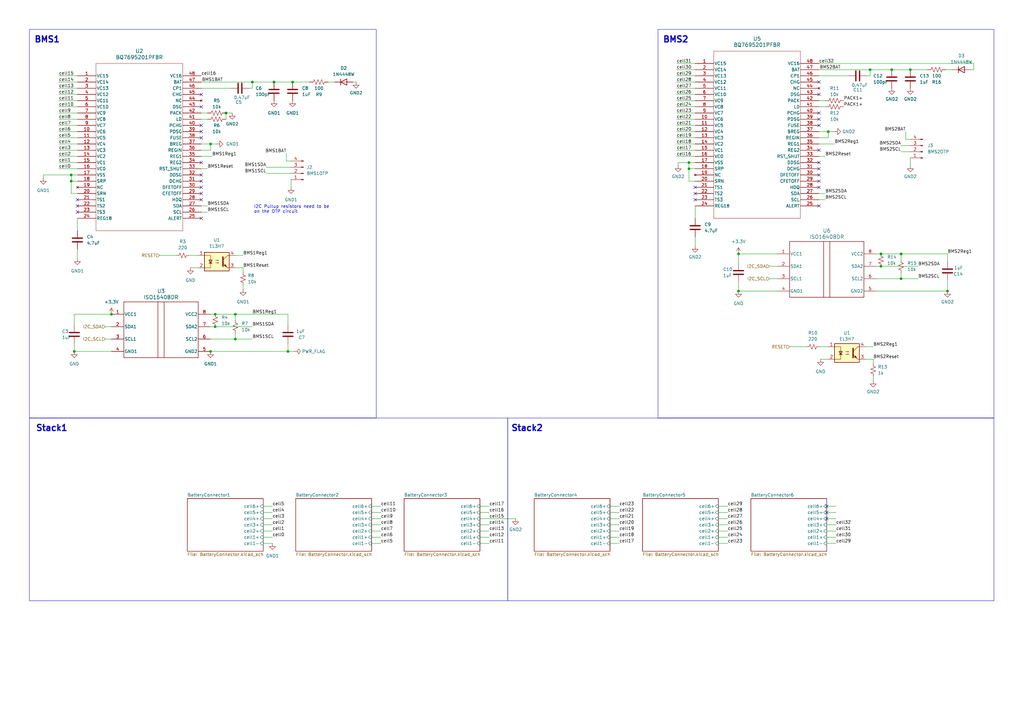
<source format=kicad_sch>
(kicad_sch (version 20230121) (generator eeschema)
  (paper "A3")
  (lib_symbols
    (symbol "Connector:Conn_01x04_Pin" (pin_names (offset 1.016) hide)
      (property "Reference" "J" (at 0 5.08 0))
      (property "Value" "Conn_01x04_Pin" (at 0 -7.62 0))
      (symbol "Conn_01x04_Pin_1_1"
        (polyline (pts (xy 1.27 -5.08) (xy 0.8636 -5.08)) (stroke (width 0.1524)))
        (polyline (pts (xy 1.27 -2.54) (xy 0.8636 -2.54)) (stroke (width 0.1524)))
        (polyline (pts (xy 1.27 0) (xy 0.8636 0)) (stroke (width 0.1524)))
        (polyline (pts (xy 1.27 2.54) (xy 0.8636 2.54)) (stroke (width 0.1524)))
        (rectangle (start 0.8636 -4.953) (end 0 -5.207) (stroke (width 0.1524)) (fill (type outline)))
        (rectangle (start 0.8636 -2.413) (end 0 -2.667) (stroke (width 0.1524)) (fill (type outline)))
        (rectangle (start 0.8636 0.127) (end 0 -0.127) (stroke (width 0.1524)) (fill (type outline)))
        (rectangle (start 0.8636 2.667) (end 0 2.413) (stroke (width 0.1524)) (fill (type outline)))
        (pin passive line (at 5.08 2.54 180) (length 3.81) (name "Pin_1") (number "1"))
        (pin passive line (at 5.08 0 180) (length 3.81) (name "Pin_2") (number "2"))
        (pin passive line (at 5.08 -2.54 180) (length 3.81) (name "Pin_3") (number "3"))
        (pin passive line (at 5.08 -5.08 180) (length 3.81) (name "Pin_4") (number "4"))
      )
    )
    (symbol "Device:C" (pin_numbers hide) (pin_names (offset 0.254))
      (property "Reference" "C" (at 0.635 2.54 0))
      (property "Value" "C" (at 0.635 -2.54 0))
      (symbol "C_0_1"
        (polyline (pts (xy -2.032 -0.762) (xy 2.032 -0.762)) (stroke (width 0.508)))
        (polyline (pts (xy -2.032 0.762) (xy 2.032 0.762)) (stroke (width 0.508)))
      )
      (symbol "C_1_1"
        (pin passive line (at 0 3.81 270) (length 2.794) (name "~") (number "1"))
        (pin passive line (at 0 -3.81 90) (length 2.794) (name "~") (number "2"))
      )
    )
    (symbol "Device:R_Small_US" (pin_numbers hide) (pin_names (offset 0.254) hide)
      (property "Reference" "R" (at 0.762 0.508 0))
      (property "Value" "R_Small_US" (at 0.762 -1.016 0))
      (symbol "R_Small_US_1_1"
        (polyline (pts (xy 0 0) (xy 1.016 -0.381) (xy 0 -0.762) (xy -1.016 -1.143) (xy 0 -1.524)))
        (polyline (pts (xy 0 1.524) (xy 1.016 1.143) (xy 0 0.762) (xy -1.016 0.381) (xy 0 0)))
        (pin passive line (at 0 2.54 270) (length 1.016) (name "~") (number "1"))
        (pin passive line (at 0 -2.54 90) (length 1.016) (name "~") (number "2"))
      )
    )
    (symbol "Device:R_US" (pin_numbers hide) (pin_names (offset 0))
      (property "Reference" "R" (at 2.54 0 90))
      (property "Value" "R_US" (at -2.54 0 90))
      (symbol "R_US_0_1"
        (polyline (pts (xy 0 -2.286) (xy 0 -2.54)))
        (polyline (pts (xy 0 2.286) (xy 0 2.54)))
        (polyline (pts (xy 0 -0.762) (xy 1.016 -1.143) (xy 0 -1.524) (xy -1.016 -1.905) (xy 0 -2.286)))
        (polyline (pts (xy 0 0.762) (xy 1.016 0.381) (xy 0 0) (xy -1.016 -0.381) (xy 0 -0.762)))
        (polyline (pts (xy 0 2.286) (xy 1.016 1.905) (xy 0 1.524) (xy -1.016 1.143) (xy 0 0.762)))
      )
      (symbol "R_US_1_1"
        (pin passive line (at 0 3.81 270) (length 1.27) (name "~") (number "1"))
        (pin passive line (at 0 -3.81 90) (length 1.27) (name "~") (number "2"))
      )
    )
    (symbol "Diode:1N4448W" (pin_numbers hide) (pin_names hide)
      (property "Reference" "D" (at 0 2.54 0))
      (property "Value" "1N4448W" (at 0 -2.54 0))
      (symbol "1N4448W_0_1"
        (polyline (pts (xy -1.27 1.27) (xy -1.27 -1.27)) (stroke (width 0.254)))
        (polyline (pts (xy 1.27 0) (xy -1.27 0)))
        (polyline (pts (xy 1.27 1.27) (xy 1.27 -1.27) (xy -1.27 0) (xy 1.27 1.27)) (stroke (width 0.254)))
      )
      (symbol "1N4448W_1_1"
        (pin passive line (at -3.81 0 0) (length 2.54) (name "K") (number "1"))
        (pin passive line (at 3.81 0 180) (length 2.54) (name "A") (number "2"))
      )
    )
    (symbol "Isolator:EL817" (pin_names (offset 1.016))
      (property "Reference" "U" (at -5.08 5.08 0))
      (property "Value" "EL817" (at 0 5.08 0))
      (symbol "EL817_0_1"
        (rectangle (start -5.08 3.81) (end 5.08 -3.81) (stroke (width 0.254)) (fill (type background)))
        (polyline (pts (xy -3.175 -0.635) (xy -1.905 -0.635)) (stroke (width 0.254)))
        (polyline (pts (xy 2.54 0.635) (xy 4.445 2.54)))
        (polyline (pts (xy 4.445 -2.54) (xy 2.54 -0.635)) (fill (type outline)))
        (polyline (pts (xy 4.445 -2.54) (xy 5.08 -2.54)))
        (polyline (pts (xy 4.445 2.54) (xy 5.08 2.54)))
        (polyline (pts (xy -5.08 2.54) (xy -2.54 2.54) (xy -2.54 -0.635)))
        (polyline (pts (xy -2.54 -0.635) (xy -2.54 -2.54) (xy -5.08 -2.54)))
        (polyline (pts (xy 2.54 1.905) (xy 2.54 -1.905) (xy 2.54 -1.905)) (stroke (width 0.508)))
        (polyline (pts (xy -2.54 -0.635) (xy -3.175 0.635) (xy -1.905 0.635) (xy -2.54 -0.635)) (stroke (width 0.254)))
        (polyline (pts (xy -0.508 -0.508) (xy 0.762 -0.508) (xy 0.381 -0.635) (xy 0.381 -0.381) (xy 0.762 -0.508)))
        (polyline (pts (xy -0.508 0.508) (xy 0.762 0.508) (xy 0.381 0.381) (xy 0.381 0.635) (xy 0.762 0.508)))
        (polyline (pts (xy 3.048 -1.651) (xy 3.556 -1.143) (xy 4.064 -2.159) (xy 3.048 -1.651) (xy 3.048 -1.651)) (fill (type outline)))
      )
      (symbol "EL817_1_1"
        (pin passive line (at -7.62 2.54 0) (length 2.54) (name "~") (number "1"))
        (pin passive line (at -7.62 -2.54 0) (length 2.54) (name "~") (number "2"))
        (pin passive line (at 7.62 -2.54 180) (length 2.54) (name "~") (number "3"))
        (pin passive line (at 7.62 2.54 180) (length 2.54) (name "~") (number "4"))
      )
    )
    (symbol "power:+3.3V" (power) (pin_names (offset 0))
      (property "Value" "+3.3V" (at 0 3.556 0))
      (symbol "+3.3V_0_1"
        (polyline (pts (xy -0.762 1.27) (xy 0 2.54)))
        (polyline (pts (xy 0 0) (xy 0 2.54)))
        (polyline (pts (xy 0 2.54) (xy 0.762 1.27)))
      )
      (symbol "+3.3V_1_1"
        (pin power_in line (at 0 0 90) (length 0) hide (name "+3.3V") (number "1"))
      )
    )
    (symbol "power:GND" (power) (pin_names (offset 0))
      (property "Value" "GND" (at 0 -3.81 0))
      (symbol "GND_0_1"
        (polyline (pts (xy 0 0) (xy 0 -1.27) (xy 1.27 -1.27) (xy 0 -2.54) (xy -1.27 -1.27) (xy 0 -1.27)))
      )
      (symbol "GND_1_1"
        (pin power_in line (at 0 0 270) (length 0) hide (name "GND") (number "1"))
      )
    )
    (symbol "power:GND1" (power) (pin_names (offset 0))
      (property "Value" "GND1" (at 0 -3.81 0))
      (symbol "GND1_0_1"
        (polyline (pts (xy 0 0) (xy 0 -1.27) (xy 1.27 -1.27) (xy 0 -2.54) (xy -1.27 -1.27) (xy 0 -1.27)))
      )
      (symbol "GND1_1_1"
        (pin power_in line (at 0 0 270) (length 0) hide (name "GND1") (number "1"))
      )
    )
    (symbol "power:GND2" (power) (pin_names (offset 0))
      (property "Value" "GND2" (at 0 -3.81 0))
      (symbol "GND2_0_1"
        (polyline (pts (xy 0 0) (xy 0 -1.27) (xy 1.27 -1.27) (xy 0 -2.54) (xy -1.27 -1.27) (xy 0 -1.27)))
      )
      (symbol "GND2_1_1"
        (pin power_in line (at 0 0 270) (length 0) hide (name "GND2") (number "1"))
      )
    )
    (symbol "power:PWR_FLAG" (power) (pin_numbers hide) (pin_names (offset 0) hide)
      (property "Value" "PWR_FLAG" (at 0 3.81 0))
      (symbol "PWR_FLAG_0_0"
        (pin power_out line (at 0 0 90) (length 0) (name "pwr") (number "1"))
      )
      (symbol "PWR_FLAG_0_1"
        (polyline (pts (xy 0 0) (xy 0 1.27) (xy -1.016 1.905) (xy 0 2.54) (xy 1.016 1.905) (xy 0 1.27)))
      )
    )
    (symbol "utsvt-chips:BQ7695201PFBR" (pin_names (offset 0.254))
      (property "Reference" "U" (at 25.4 10.16 0))
      (property "Value" "BQ7695201PFBR" (at 25.4 7.62 0))
      (symbol "BQ7695201PFBR_0_1"
        (polyline (pts (xy 7.62 -63.5) (xy 43.18 -63.5)) (stroke (width 0.127)))
        (polyline (pts (xy 7.62 5.08) (xy 7.62 -63.5)) (stroke (width 0.127)))
        (polyline (pts (xy 43.18 -63.5) (xy 43.18 5.08)) (stroke (width 0.127)))
        (polyline (pts (xy 43.18 5.08) (xy 7.62 5.08)) (stroke (width 0.127)))
        (pin input line (at 0 0 0) (length 7.62) (name "VC15") (number "1"))
        (pin input line (at 0 -22.86 0) (length 7.62) (name "VC6") (number "10"))
        (pin input line (at 0 -25.4 0) (length 7.62) (name "VC5") (number "11"))
        (pin input line (at 0 -27.94 0) (length 7.62) (name "VC4") (number "12"))
        (pin input line (at 0 -30.48 0) (length 7.62) (name "VC3") (number "13"))
        (pin input line (at 0 -33.02 0) (length 7.62) (name "VC2") (number "14"))
        (pin input line (at 0 -35.56 0) (length 7.62) (name "VC1") (number "15"))
        (pin input line (at 0 -38.1 0) (length 7.62) (name "VC0") (number "16"))
        (pin power_in line (at 0 -40.64 0) (length 7.62) (name "VSS") (number "17"))
        (pin input line (at 0 -43.18 0) (length 7.62) (name "SRP") (number "18"))
        (pin no_connect line (at 0 -45.72 0) (length 7.62) (name "NC") (number "19"))
        (pin input line (at 0 -2.54 0) (length 7.62) (name "VC14") (number "2"))
        (pin bidirectional line (at 0 -50.8 0) (length 7.62) (name "TS1") (number "21"))
        (pin bidirectional line (at 0 -53.34 0) (length 7.62) (name "TS2") (number "22"))
        (pin bidirectional line (at 0 -55.88 0) (length 7.62) (name "TS3") (number "23"))
        (pin output line (at 0 -58.42 0) (length 7.62) (name "REG18") (number "24"))
        (pin bidirectional line (at 50.8 -58.42 180) (length 7.62) (name "ALERT") (number "25"))
        (pin bidirectional line (at 50.8 -55.88 180) (length 7.62) (name "SCL") (number "26"))
        (pin bidirectional line (at 50.8 -53.34 180) (length 7.62) (name "SDA") (number "27"))
        (pin bidirectional line (at 50.8 -50.8 180) (length 7.62) (name "HDQ") (number "28"))
        (pin bidirectional line (at 50.8 -48.26 180) (length 7.62) (name "CFETOFF") (number "29"))
        (pin input line (at 0 -5.08 0) (length 7.62) (name "VC13") (number "3"))
        (pin bidirectional line (at 50.8 -45.72 180) (length 7.62) (name "DFETOFF") (number "30"))
        (pin bidirectional line (at 50.8 -43.18 180) (length 7.62) (name "DCHG") (number "31"))
        (pin bidirectional line (at 50.8 -40.64 180) (length 7.62) (name "DDSG") (number "32"))
        (pin input line (at 50.8 -38.1 180) (length 7.62) (name "RST_SHUT") (number "33"))
        (pin output line (at 50.8 -35.56 180) (length 7.62) (name "REG2") (number "34"))
        (pin output line (at 50.8 -33.02 180) (length 7.62) (name "REG1") (number "35"))
        (pin input line (at 50.8 -30.48 180) (length 7.62) (name "REGIN") (number "36"))
        (pin output line (at 50.8 -27.94 180) (length 7.62) (name "BREG") (number "37"))
        (pin bidirectional line (at 50.8 -25.4 180) (length 7.62) (name "FUSE") (number "38"))
        (pin output line (at 50.8 -22.86 180) (length 7.62) (name "PDSG") (number "39"))
        (pin input line (at 0 -7.62 0) (length 7.62) (name "VC12") (number "4"))
        (pin output line (at 50.8 -20.32 180) (length 7.62) (name "PCHG") (number "40"))
        (pin bidirectional line (at 50.8 -17.78 180) (length 7.62) (name "LD") (number "41"))
        (pin input line (at 50.8 -15.24 180) (length 7.62) (name "PACK") (number "42"))
        (pin output line (at 50.8 -12.7 180) (length 7.62) (name "DSG") (number "43"))
        (pin no_connect line (at 50.8 -10.16 180) (length 7.62) (name "NC") (number "44"))
        (pin output line (at 50.8 -7.62 180) (length 7.62) (name "CHG") (number "45"))
        (pin bidirectional line (at 50.8 -5.08 180) (length 7.62) (name "CP1") (number "46"))
        (pin input line (at 50.8 -2.54 180) (length 7.62) (name "BAT") (number "47"))
        (pin input line (at 50.8 0 180) (length 7.62) (name "VC16") (number "48"))
        (pin input line (at 0 -10.16 0) (length 7.62) (name "VC11") (number "5"))
        (pin input line (at 0 -12.7 0) (length 7.62) (name "VC10") (number "6"))
        (pin input line (at 0 -15.24 0) (length 7.62) (name "VC9") (number "7"))
        (pin input line (at 0 -17.78 0) (length 7.62) (name "VC8") (number "8"))
        (pin input line (at 0 -20.32 0) (length 7.62) (name "VC7") (number "9"))
      )
      (symbol "BQ7695201PFBR_1_1"
        (pin input line (at 0 -48.26 0) (length 7.62) (name "SRN") (number "20"))
      )
    )
    (symbol "utsvt-chips:ISO1640BDR" (pin_names (offset 0.254))
      (property "Reference" "U" (at 0 2.54 0))
      (property "Value" "ISO1640BDR" (at 0 0 0))
      (symbol "ISO1640BDR_0_1"
        (polyline (pts (xy 5.08 -17.78) (xy 35.56 -17.78)) (stroke (width 0.2032)))
        (polyline (pts (xy 5.08 5.08) (xy 5.08 -17.78)) (stroke (width 0.2032)))
        (polyline (pts (xy 19.05 5.08) (xy 19.05 -17.78)) (stroke (width 0.2032)))
        (polyline (pts (xy 21.59 5.08) (xy 21.59 -17.78)) (stroke (width 0.2032)))
        (polyline (pts (xy 35.56 -17.78) (xy 35.56 5.08)) (stroke (width 0.2032)))
        (polyline (pts (xy 35.56 5.08) (xy 5.08 5.08)) (stroke (width 0.2032)))
        (pin power_in line (at 0 0 0) (length 5.08) (name "VCC1") (number "1"))
        (pin bidirectional line (at 0 -5.08 0) (length 5.08) (name "SDA1") (number "2"))
        (pin bidirectional line (at 0 -10.16 0) (length 5.08) (name "SCL1") (number "3"))
        (pin power_in line (at 0 -15.24 0) (length 5.08) (name "GND1") (number "4"))
        (pin power_in line (at 40.64 -15.24 180) (length 5.08) (name "GND2") (number "5"))
        (pin bidirectional line (at 40.64 -10.16 180) (length 5.08) (name "SCL2") (number "6"))
        (pin bidirectional line (at 40.64 -5.08 180) (length 5.08) (name "SDA2") (number "7"))
        (pin power_in line (at 40.64 0 180) (length 5.08) (name "VCC2") (number "8"))
      )
    )
  )
  (junction (at 29.21 74.295))
  (junction (at 86.36 144.145))
  (junction (at 96.52 139.065))
  (junction (at 302.895 104.14))
  (junction (at 120.015 33.655))
  (junction (at 86.36 59.055))
  (junction (at 103.505 33.655))
  (junction (at 118.11 144.145))
  (junction (at 339.725 53.975))
  (junction (at 361.315 109.22))
  (junction (at 112.395 33.655))
  (junction (at 282.575 66.675))
  (junction (at 282.575 69.215))
  (junction (at 45.72 128.905))
  (junction (at 88.265 133.985))
  (junction (at 369.57 104.14))
  (junction (at 365.76 28.575))
  (junction (at 29.21 71.755))
  (junction (at 356.87 28.575))
  (junction (at 361.315 104.14))
  (junction (at 30.48 144.145))
  (junction (at 388.62 119.38))
  (junction (at 96.52 128.905))
  (junction (at 369.57 114.3))
  (junction (at 302.895 119.38))
  (junction (at 373.38 28.575))
  (junction (at 92.71 46.355))
  (junction (at 88.265 128.905))
  (no_connect (at 335.915 61.595))
  (no_connect (at 335.915 51.435))
  (no_connect (at 335.915 38.735))
  (no_connect (at 82.55 56.515))
  (no_connect (at 339.09 210.185))
  (no_connect (at 335.915 84.455))
  (no_connect (at 335.915 74.295))
  (no_connect (at 335.915 76.835))
  (no_connect (at 285.115 79.375))
  (no_connect (at 285.115 76.835))
  (no_connect (at 82.55 89.535))
  (no_connect (at 82.55 43.815))
  (no_connect (at 82.55 81.915))
  (no_connect (at 82.55 79.375))
  (no_connect (at 335.915 46.355))
  (no_connect (at 335.915 71.755))
  (no_connect (at 31.75 84.455))
  (no_connect (at 335.915 33.655))
  (no_connect (at 335.915 48.895))
  (no_connect (at 82.55 76.835))
  (no_connect (at 82.55 66.675))
  (no_connect (at 339.09 207.645))
  (no_connect (at 31.75 86.995))
  (no_connect (at 335.915 66.675))
  (no_connect (at 82.55 71.755))
  (no_connect (at 82.55 38.735))
  (no_connect (at 82.55 53.975))
  (no_connect (at 335.915 69.215))
  (no_connect (at 31.75 81.915))
  (no_connect (at 285.115 81.915))
  (no_connect (at 82.55 51.435))
  (no_connect (at 339.09 212.725))
  (no_connect (at 82.55 74.295))
  (wire (pts (xy 277.495 48.895) (xy 285.115 48.895)))
  (wire (pts (xy 88.265 133.985) (xy 103.505 133.985)))
  (wire (pts (xy 88.9 59.055) (xy 86.36 59.055)))
  (wire (pts (xy 302.895 115.57) (xy 302.895 119.38)))
  (wire (pts (xy 152.4 217.805) (xy 156.21 217.805)))
  (wire (pts (xy 277.495 59.055) (xy 285.115 59.055)))
  (wire (pts (xy 88.265 128.905) (xy 96.52 128.905)))
  (wire (pts (xy 361.315 104.14) (xy 369.57 104.14)))
  (wire (pts (xy 277.495 53.975) (xy 285.115 53.975)))
  (wire (pts (xy 399.415 26.035) (xy 399.415 28.575)))
  (wire (pts (xy 365.76 28.575) (xy 373.38 28.575)))
  (wire (pts (xy 107.95 220.345) (xy 111.76 220.345)))
  (wire (pts (xy 109.22 71.12) (xy 119.38 71.12)))
  (wire (pts (xy 24.13 38.735) (xy 31.75 38.735)))
  (wire (pts (xy 103.505 33.655) (xy 112.395 33.655)))
  (wire (pts (xy 82.55 48.895) (xy 85.09 48.895)))
  (wire (pts (xy 294.64 217.805) (xy 298.45 217.805)))
  (wire (pts (xy 335.915 81.915) (xy 338.455 81.915)))
  (wire (pts (xy 277.495 46.355) (xy 285.115 46.355)))
  (wire (pts (xy 78.105 109.855) (xy 81.28 109.855)))
  (wire (pts (xy 24.13 53.975) (xy 31.75 53.975)))
  (wire (pts (xy 30.48 140.97) (xy 30.48 144.145)))
  (wire (pts (xy 24.13 61.595) (xy 31.75 61.595)))
  (wire (pts (xy 342.265 53.975) (xy 339.725 53.975)))
  (wire (pts (xy 277.495 61.595) (xy 285.115 61.595)))
  (wire (pts (xy 277.495 26.035) (xy 285.115 26.035)))
  (wire (pts (xy 356.87 28.575) (xy 365.76 28.575)))
  (wire (pts (xy 358.14 147.32) (xy 358.14 149.225)))
  (wire (pts (xy 339.09 212.725) (xy 342.9 212.725)))
  (wire (pts (xy 29.21 71.755) (xy 31.75 71.755)))
  (wire (pts (xy 24.13 48.895) (xy 31.75 48.895)))
  (wire (pts (xy 107.95 212.725) (xy 111.76 212.725)))
  (wire (pts (xy 339.725 53.975) (xy 339.725 56.515)))
  (wire (pts (xy 152.4 220.345) (xy 156.21 220.345)))
  (wire (pts (xy 86.36 128.905) (xy 88.265 128.905)))
  (wire (pts (xy 388.62 114.935) (xy 388.62 119.38)))
  (wire (pts (xy 371.475 53.975) (xy 371.475 57.15)))
  (wire (pts (xy 369.57 104.14) (xy 369.57 106.68)))
  (wire (pts (xy 82.55 69.215) (xy 85.09 69.215)))
  (wire (pts (xy 387.985 28.575) (xy 390.525 28.575)))
  (wire (pts (xy 359.41 114.3) (xy 369.57 114.3)))
  (wire (pts (xy 152.4 207.645) (xy 156.21 207.645)))
  (wire (pts (xy 302.895 104.14) (xy 318.77 104.14)))
  (wire (pts (xy 24.13 46.355) (xy 31.75 46.355)))
  (wire (pts (xy 24.13 69.215) (xy 31.75 69.215)))
  (wire (pts (xy 30.48 128.905) (xy 45.72 128.905)))
  (wire (pts (xy 250.19 212.725) (xy 254 212.725)))
  (wire (pts (xy 31.75 102.235) (xy 31.75 106.045)))
  (wire (pts (xy 369.57 62.23) (xy 373.38 62.23)))
  (wire (pts (xy 250.19 207.645) (xy 254 207.645)))
  (wire (pts (xy 354.965 147.32) (xy 358.14 147.32)))
  (wire (pts (xy 24.13 64.135) (xy 31.75 64.135)))
  (wire (pts (xy 99.695 116.84) (xy 99.695 118.745)))
  (wire (pts (xy 118.11 144.145) (xy 86.36 144.145)))
  (wire (pts (xy 369.57 59.69) (xy 373.38 59.69)))
  (wire (pts (xy 294.64 215.265) (xy 298.45 215.265)))
  (wire (pts (xy 99.695 109.855) (xy 99.695 111.76)))
  (wire (pts (xy 277.495 28.575) (xy 285.115 28.575)))
  (wire (pts (xy 86.36 133.985) (xy 88.265 133.985)))
  (wire (pts (xy 282.575 66.675) (xy 285.115 66.675)))
  (wire (pts (xy 24.13 36.195) (xy 31.75 36.195)))
  (wire (pts (xy 152.4 215.265) (xy 156.21 215.265)))
  (wire (pts (xy 339.09 210.185) (xy 342.9 210.185)))
  (wire (pts (xy 24.13 59.055) (xy 31.75 59.055)))
  (wire (pts (xy 24.13 51.435) (xy 31.75 51.435)))
  (wire (pts (xy 119.38 76.835) (xy 119.38 73.66)))
  (wire (pts (xy 356.87 28.575) (xy 356.87 31.115)))
  (wire (pts (xy 339.09 207.645) (xy 342.9 207.645)))
  (wire (pts (xy 302.895 119.38) (xy 318.77 119.38)))
  (wire (pts (xy 92.71 46.355) (xy 92.71 48.895)))
  (wire (pts (xy 358.14 142.24) (xy 354.965 142.24)))
  (wire (pts (xy 315.595 114.3) (xy 318.77 114.3)))
  (wire (pts (xy 196.85 207.645) (xy 200.66 207.645)))
  (wire (pts (xy 277.495 33.655) (xy 285.115 33.655)))
  (wire (pts (xy 398.145 28.575) (xy 399.415 28.575)))
  (wire (pts (xy 373.38 67.945) (xy 373.38 64.77)))
  (wire (pts (xy 152.4 212.725) (xy 156.21 212.725)))
  (wire (pts (xy 323.85 142.24) (xy 330.835 142.24)))
  (wire (pts (xy 17.78 73.025) (xy 17.78 71.755)))
  (wire (pts (xy 277.495 51.435) (xy 285.115 51.435)))
  (wire (pts (xy 359.41 109.22) (xy 361.315 109.22)))
  (wire (pts (xy 96.52 128.905) (xy 118.11 128.905)))
  (wire (pts (xy 339.09 215.265) (xy 342.9 215.265)))
  (wire (pts (xy 117.475 62.865) (xy 117.475 66.04)))
  (wire (pts (xy 196.85 222.885) (xy 200.66 222.885)))
  (wire (pts (xy 152.4 210.185) (xy 156.21 210.185)))
  (wire (pts (xy 277.495 56.515) (xy 285.115 56.515)))
  (wire (pts (xy 107.95 210.185) (xy 111.76 210.185)))
  (wire (pts (xy 294.64 210.185) (xy 298.45 210.185)))
  (wire (pts (xy 107.95 215.265) (xy 111.76 215.265)))
  (wire (pts (xy 24.13 43.815) (xy 31.75 43.815)))
  (wire (pts (xy 43.18 139.065) (xy 45.72 139.065)))
  (wire (pts (xy 24.13 31.115) (xy 31.75 31.115)))
  (wire (pts (xy 144.78 33.655) (xy 146.05 33.655)))
  (wire (pts (xy 120.015 33.655) (xy 127 33.655)))
  (wire (pts (xy 96.52 139.065) (xy 103.505 139.065)))
  (wire (pts (xy 82.55 64.135) (xy 86.995 64.135)))
  (wire (pts (xy 355.6 31.115) (xy 356.87 31.115)))
  (wire (pts (xy 335.915 31.115) (xy 347.98 31.115)))
  (wire (pts (xy 250.19 215.265) (xy 254 215.265)))
  (wire (pts (xy 30.48 128.905) (xy 30.48 133.35)))
  (wire (pts (xy 196.85 210.185) (xy 200.66 210.185)))
  (wire (pts (xy 294.64 212.725) (xy 298.45 212.725)))
  (wire (pts (xy 120.65 144.145) (xy 118.11 144.145)))
  (wire (pts (xy 118.11 140.97) (xy 118.11 144.145)))
  (wire (pts (xy 99.695 104.775) (xy 96.52 104.775)))
  (wire (pts (xy 82.55 33.655) (xy 103.505 33.655)))
  (wire (pts (xy 335.915 64.135) (xy 338.455 64.135)))
  (wire (pts (xy 294.64 220.345) (xy 298.45 220.345)))
  (wire (pts (xy 112.395 33.655) (xy 120.015 33.655)))
  (wire (pts (xy 373.38 28.575) (xy 380.365 28.575)))
  (wire (pts (xy 335.915 53.975) (xy 339.725 53.975)))
  (wire (pts (xy 134.62 33.655) (xy 137.16 33.655)))
  (wire (pts (xy 196.85 215.265) (xy 200.66 215.265)))
  (wire (pts (xy 250.19 222.885) (xy 254 222.885)))
  (wire (pts (xy 358.14 154.305) (xy 358.14 156.21)))
  (wire (pts (xy 29.21 79.375) (xy 29.21 74.295)))
  (wire (pts (xy 388.62 104.14) (xy 388.62 107.315)))
  (wire (pts (xy 282.575 69.215) (xy 282.575 66.675)))
  (wire (pts (xy 82.55 36.195) (xy 94.615 36.195)))
  (wire (pts (xy 107.95 217.805) (xy 111.76 217.805)))
  (wire (pts (xy 107.95 207.645) (xy 111.76 207.645)))
  (wire (pts (xy 369.57 111.76) (xy 369.57 114.3)))
  (wire (pts (xy 359.41 119.38) (xy 388.62 119.38)))
  (wire (pts (xy 277.495 36.195) (xy 285.115 36.195)))
  (wire (pts (xy 103.505 33.655) (xy 103.505 36.195)))
  (wire (pts (xy 31.75 74.295) (xy 29.21 74.295)))
  (wire (pts (xy 250.19 220.345) (xy 254 220.345)))
  (wire (pts (xy 302.895 104.14) (xy 302.895 107.95)))
  (wire (pts (xy 335.915 59.055) (xy 342.265 59.055)))
  (wire (pts (xy 17.78 71.755) (xy 29.21 71.755)))
  (wire (pts (xy 196.85 217.805) (xy 200.66 217.805)))
  (wire (pts (xy 315.595 109.22) (xy 318.77 109.22)))
  (wire (pts (xy 278.13 67.945) (xy 278.13 66.675)))
  (wire (pts (xy 277.495 38.735) (xy 285.115 38.735)))
  (wire (pts (xy 86.36 61.595) (xy 82.55 61.595)))
  (wire (pts (xy 24.13 56.515) (xy 31.75 56.515)))
  (wire (pts (xy 335.915 79.375) (xy 338.455 79.375)))
  (wire (pts (xy 294.64 207.645) (xy 298.45 207.645)))
  (wire (pts (xy 335.915 43.815) (xy 338.455 43.815)))
  (wire (pts (xy 92.71 46.355) (xy 95.25 46.355)))
  (wire (pts (xy 29.21 74.295) (xy 29.21 71.755)))
  (wire (pts (xy 339.09 222.885) (xy 342.9 222.885)))
  (wire (pts (xy 82.55 86.995) (xy 85.09 86.995)))
  (wire (pts (xy 117.475 66.04) (xy 119.38 66.04)))
  (wire (pts (xy 152.4 222.885) (xy 156.21 222.885)))
  (wire (pts (xy 96.52 128.905) (xy 96.52 131.445)))
  (wire (pts (xy 77.47 104.775) (xy 81.28 104.775)))
  (wire (pts (xy 24.13 41.275) (xy 31.75 41.275)))
  (wire (pts (xy 369.57 114.3) (xy 376.555 114.3)))
  (wire (pts (xy 30.48 144.145) (xy 45.72 144.145)))
  (wire (pts (xy 282.575 74.295) (xy 282.575 69.215)))
  (wire (pts (xy 335.915 142.24) (xy 339.725 142.24)))
  (wire (pts (xy 339.09 220.345) (xy 342.9 220.345)))
  (wire (pts (xy 65.405 104.775) (xy 72.39 104.775)))
  (wire (pts (xy 43.18 133.985) (xy 45.72 133.985)))
  (wire (pts (xy 285.115 84.455) (xy 285.115 89.535)))
  (wire (pts (xy 31.75 79.375) (xy 29.21 79.375)))
  (wire (pts (xy 277.495 41.275) (xy 285.115 41.275)))
  (wire (pts (xy 96.52 136.525) (xy 96.52 139.065)))
  (wire (pts (xy 278.13 66.675) (xy 282.575 66.675)))
  (wire (pts (xy 107.95 222.885) (xy 111.76 222.885)))
  (wire (pts (xy 86.36 139.065) (xy 96.52 139.065)))
  (wire (pts (xy 82.55 84.455) (xy 85.09 84.455)))
  (wire (pts (xy 359.41 104.14) (xy 361.315 104.14)))
  (wire (pts (xy 294.64 222.885) (xy 298.45 222.885)))
  (wire (pts (xy 196.85 220.345) (xy 200.66 220.345)))
  (wire (pts (xy 250.19 210.185) (xy 254 210.185)))
  (wire (pts (xy 31.75 89.535) (xy 31.75 94.615)))
  (wire (pts (xy 24.13 33.655) (xy 31.75 33.655)))
  (wire (pts (xy 335.915 28.575) (xy 356.87 28.575)))
  (wire (pts (xy 371.475 57.15) (xy 373.38 57.15)))
  (wire (pts (xy 102.235 36.195) (xy 103.505 36.195)))
  (wire (pts (xy 82.55 59.055) (xy 86.36 59.055)))
  (wire (pts (xy 339.725 56.515) (xy 335.915 56.515)))
  (wire (pts (xy 277.495 64.135) (xy 285.115 64.135)))
  (wire (pts (xy 277.495 31.115) (xy 285.115 31.115)))
  (wire (pts (xy 336.55 147.32) (xy 339.725 147.32)))
  (wire (pts (xy 285.115 74.295) (xy 282.575 74.295)))
  (wire (pts (xy 118.11 133.35) (xy 118.11 128.905)))
  (wire (pts (xy 277.495 43.815) (xy 285.115 43.815)))
  (wire (pts (xy 369.57 104.14) (xy 388.62 104.14)))
  (wire (pts (xy 335.915 41.275) (xy 338.455 41.275)))
  (wire (pts (xy 24.13 66.675) (xy 31.75 66.675)))
  (wire (pts (xy 361.315 109.22) (xy 376.555 109.22)))
  (wire (pts (xy 86.36 59.055) (xy 86.36 61.595)))
  (wire (pts (xy 96.52 109.855) (xy 99.695 109.855)))
  (wire (pts (xy 285.115 69.215) (xy 282.575 69.215)))
  (wire (pts (xy 250.19 217.805) (xy 254 217.805)))
  (wire (pts (xy 339.09 217.805) (xy 342.9 217.805)))
  (wire (pts (xy 196.85 212.725) (xy 211.455 212.725)))
  (wire (pts (xy 109.22 68.58) (xy 119.38 68.58)))
  (wire (pts (xy 335.915 26.035) (xy 399.415 26.035)))
  (wire (pts (xy 285.115 97.155) (xy 285.115 100.965)))
  (wire (pts (xy 82.55 46.355) (xy 85.09 46.355)))
  (rectangle (start 12.065 12.065) (end 154.305 171.45))
  (rectangle (start 269.875 12.065) (end 407.67 171.45))
  (rectangle (start 208.28 171.45) (end 407.67 246.38))
  (rectangle (start 12.065 171.45) (end 208.28 246.38))
  (text "Stack2" (at 209.55 177.165 0) (effects (font (size 2.5 2.5) (thickness 0.5) bold) (justify left bottom)))
  (text "BMS2" (at 271.78 17.78 0) (effects (font (size 2.5 2.5) (thickness 0.5) bold) (justify left bottom)))
  (text "BMS1" (at 13.97 17.78 0) (effects (font (size 2.5 2.5) (thickness 0.5) bold) (justify left bottom)))
  (text "Stack1" (at 14.605 177.165 0) (effects (font (size 2.5 2.5) (thickness 0.5) bold) (justify left bottom)))
  (text "I2C Pullup resistors need to be \non the OTP circuit" (at 104.14 87.63 0) (effects (font (size 1.27 1.27)) (justify left bottom)))
  (label "cell16" (at 200.66 210.185 0))
  (label "cell7" (at 156.21 217.805 0))
  (label "cell30" (at 277.495 28.575 0))
  (label "BMS1Reg1" (at 103.505 128.905 0))
  (label "cell6" (at 24.13 53.975 0))
  (label "cell19" (at 254 217.805 0))
  (label "BMS1Reg1" (at 99.695 104.775 0))
  (label "cell26" (at 277.495 38.735 0))
  (label "cell16" (at 277.495 64.135 0))
  (label "BMS1SDA" (at 103.505 133.985 0))
  (label "BMS2Reset" (at 358.14 147.32 0))
  (label "cell12" (at 200.66 220.345 0))
  (label "cell28" (at 277.495 33.655 0))
  (label "cell22" (at 277.495 48.895 0))
  (label "BMS2Reg1" (at 358.14 142.24 0))
  (label "BMS2BAT" (at 371.475 53.975 180))
  (label "cell10" (at 156.21 210.185 0))
  (label "BMS1Reg1" (at 86.995 64.135 0))
  (label "cell20" (at 277.495 53.975 0))
  (label "cell3" (at 111.76 212.725 0))
  (label "cell24" (at 277.495 43.815 0))
  (label "cell10" (at 24.13 43.815 0))
  (label "cell0" (at 111.76 220.345 0))
  (label "cell12" (at 24.13 38.735 0))
  (label "cell19" (at 277.495 56.515 0))
  (label "BMS1SDA" (at 109.22 68.58 180))
  (label "BMS2Reg1" (at 342.265 59.055 0))
  (label "BMS1BAT" (at 91.44 33.655 180))
  (label "cell16" (at 82.55 31.115 0))
  (label "BMS2SDA" (at 369.57 59.69 180))
  (label "cell27" (at 298.45 212.725 0))
  (label "cell29" (at 277.495 31.115 0))
  (label "cell30" (at 342.9 220.345 0))
  (label "cell11" (at 156.21 207.645 0))
  (label "cell17" (at 254 222.885 0))
  (label "cell31" (at 342.9 217.805 0))
  (label "BMS2BAT" (at 344.805 28.575 180))
  (label "cell25" (at 298.45 217.805 0))
  (label "cell21" (at 277.495 51.435 0))
  (label "BMS1SCL" (at 109.22 71.12 180))
  (label "BMS1SCL" (at 85.09 86.995 0))
  (label "cell23" (at 254 207.645 0))
  (label "cell26" (at 298.45 215.265 0))
  (label "cell1" (at 111.76 217.805 0))
  (label "BMS2SDA" (at 376.555 109.22 0))
  (label "cell29" (at 342.9 222.885 0))
  (label "cell11" (at 200.66 222.885 0))
  (label "PACK1+" (at 346.075 43.815 0))
  (label "cell31" (at 277.495 26.035 0))
  (label "cell32" (at 335.915 26.035 0))
  (label "BMS2SDA" (at 338.455 79.375 0))
  (label "BMS2Reg1" (at 388.62 104.14 0))
  (label "BMS1Reset" (at 99.695 109.855 0))
  (label "cell17" (at 200.66 207.645 0))
  (label "cell29" (at 298.45 207.645 0))
  (label "cell14" (at 200.66 215.265 0))
  (label "cell28" (at 298.45 210.185 0))
  (label "cell0" (at 24.13 69.215 0))
  (label "cell13" (at 24.13 36.195 0))
  (label "cell21" (at 254 212.725 0))
  (label "cell2" (at 111.76 215.265 0))
  (label "cell15" (at 24.13 31.115 0))
  (label "BMS1BAT" (at 117.475 62.865 180))
  (label "BMS1SCL" (at 103.505 139.065 0))
  (label "cell23" (at 298.45 222.885 0))
  (label "cell17" (at 277.495 61.595 0))
  (label "cell25" (at 277.495 41.275 0))
  (label "BMS2SCL" (at 338.455 81.915 0))
  (label "cell5" (at 111.76 207.645 0))
  (label "BMS2SCL" (at 369.57 62.23 180))
  (label "cell18" (at 254 220.345 0))
  (label "cell24" (at 298.45 220.345 0))
  (label "BMS2Reset" (at 338.455 64.135 0))
  (label "cell1" (at 24.13 66.675 0))
  (label "cell2" (at 24.13 64.135 0))
  (label "cell13" (at 200.66 217.805 0))
  (label "cell8" (at 156.21 215.265 0))
  (label "cell27" (at 277.495 36.195 0))
  (label "cell18" (at 277.495 59.055 0))
  (label "cell5" (at 24.13 56.515 0))
  (label "PACK1+" (at 346.075 41.275 0))
  (label "BMS1Reset" (at 85.09 69.215 0))
  (label "cell4" (at 111.76 210.185 0))
  (label "cell22" (at 254 210.185 0))
  (label "BMS2SCL" (at 376.555 114.3 0))
  (label "cell8" (at 24.13 48.895 0))
  (label "cell6" (at 156.21 220.345 0))
  (label "cell9" (at 24.13 46.355 0))
  (label "BMS1SDA" (at 85.09 84.455 0))
  (label "cell32" (at 342.9 215.265 0))
  (label "cell23" (at 277.495 46.355 0))
  (label "cell11" (at 24.13 41.275 0))
  (label "cell20" (at 254 215.265 0))
  (label "cell15" (at 200.66 212.725 0))
  (label "cell5" (at 156.21 222.885 0))
  (label "cell9" (at 156.21 212.725 0))
  (label "cell14" (at 24.13 33.655 0))
  (label "cell7" (at 24.13 51.435 0))
  (label "cell4" (at 24.13 59.055 0))
  (label "cell3" (at 24.13 61.595 0))
  (hierarchical_label "I2C_SDA" (shape input) (at 43.18 133.985 180))
  (hierarchical_label "I2C_SCL" (shape input) (at 43.18 139.065 180))
  (hierarchical_label "I2C_SDA" (shape input) (at 315.595 109.22 180))
  (hierarchical_label "RESET" (shape input) (at 65.405 104.775 180))
  (hierarchical_label "RESET" (shape input) (at 323.85 142.24 180))
  (hierarchical_label "I2C_SCL" (shape input) (at 315.595 114.3 180))
  (symbol (lib_id "utsvt-chips:ISO1640BDR") (at 45.72 128.905 0) (unit 1)
    (property "Reference" "U3" (at 66.04 119.38 0) (effects (font (size 1.524 1.524))))
    (property "Value" "ISO1640BDR" (at 66.04 121.92 0) (effects (font (size 1.524 1.524))))
    (property "Footprint" "Package_SO:SOIC-8_3.9x4.9mm_P1.27mm" (effects hide))
    (property "Datasheet" "https://www.mouser.com/ProductDetail/Texas-Instruments/ISO1640BDR?qs=eP2BKZSCXI7LW%252Bgt82AzLA%3D%3D" (effects hide))
  )
  (symbol (lib_id "Device:C") (at 285.115 93.345 180) (unit 1)
    (property "Reference" "C9" (at 288.925 92.075 0) (effects (justify right)))
    (property "Value" "4.7uF" (at 288.925 94.615 0) (effects (justify right)))
    (property "Footprint" "Capacitor_SMD:C_0805_2012Metric" (effects hide))
  )
  (symbol (lib_id "power:GND2") (at 211.455 212.725 0) (unit 1)
    (property "Reference" "#PWR028" (effects hide))
    (property "Value" "GND2" (at 211.455 217.17 0))
  )
  (symbol (lib_id "Device:R_Small_US") (at 333.375 142.24 90) (unit 1)
    (property "Reference" "R10" (at 333.375 136.525 90))
    (property "Value" "220" (at 333.375 139.065 90))
    (property "Footprint" "Resistor_SMD:R_0805_2012Metric" (effects hide))
  )
  (symbol (lib_id "utsvt-chips:ISO1640BDR") (at 318.77 104.14 0) (unit 1)
    (property "Reference" "U6" (at 339.09 94.615 0) (effects (font (size 1.524 1.524))))
    (property "Value" "ISO1640BDR" (at 339.09 97.155 0) (effects (font (size 1.524 1.524))))
    (property "Footprint" "Package_SO:SOIC-8_3.9x4.9mm_P1.27mm" (effects hide))
    (property "Datasheet" "https://www.mouser.com/ProductDetail/Texas-Instruments/ISO1640BDR?qs=eP2BKZSCXI7LW%252Bgt82AzLA%3D%3D" (effects hide))
  )
  (symbol (lib_id "Device:C") (at 373.38 32.385 180) (unit 1)
    (property "Reference" "C13" (at 377.19 31.115 0) (effects (justify right)))
    (property "Value" "1uF" (at 377.19 33.655 0) (effects (justify right)))
    (property "Footprint" "Capacitor_SMD:C_0805_2012Metric" (effects hide))
  )
  (symbol (lib_id "Connector:Conn_01x04_Pin") (at 124.46 71.12 180) (unit 1)
    (property "Reference" "J2" (at 125.73 68.58 0) (effects (justify right)))
    (property "Value" "BMS1OTP" (at 125.73 71.12 0) (effects (justify right)))
    (property "Footprint" "Connector_PinHeader_2.54mm:PinHeader_1x04_P2.54mm_Vertical" (effects hide))
  )
  (symbol (lib_id "Device:R_Small_US") (at 361.315 106.68 0) (unit 1)
    (property "Reference" "R14" (at 363.855 105.41 0) (effects (justify left)))
    (property "Value" "10k" (at 363.855 107.95 0) (effects (justify left)))
    (property "Footprint" "Resistor_SMD:R_0805_2012Metric" (effects hide))
  )
  (symbol (lib_id "power:GND1") (at 88.9 59.055 90) (unit 1)
    (property "Reference" "#PWR020" (effects hide))
    (property "Value" "GND1" (at 92.71 59.055 90) (effects (justify right)))
  )
  (symbol (lib_id "Device:R_Small_US") (at 99.695 114.3 180) (unit 1)
    (property "Reference" "R8" (at 101.6 113.03 0) (effects (justify right)))
    (property "Value" "10k" (at 101.6 115.57 0) (effects (justify right)))
    (property "Footprint" "Resistor_SMD:R_0805_2012Metric" (effects hide))
  )
  (symbol (lib_id "Device:R_Small_US") (at 369.57 109.22 0) (unit 1)
    (property "Reference" "R15" (at 372.11 107.95 0) (effects (justify left)))
    (property "Value" "10k" (at 372.11 110.49 0) (effects (justify left)))
    (property "Footprint" "Resistor_SMD:R_0805_2012Metric" (effects hide))
  )
  (symbol (lib_id "power:GND1") (at 119.38 76.835 0) (unit 1)
    (property "Reference" "#PWR025" (effects hide))
    (property "Value" "GND1" (at 119.38 81.915 0))
  )
  (symbol (lib_id "Device:R_Small_US") (at 74.93 104.775 90) (unit 1)
    (property "Reference" "R3" (at 74.93 99.06 90))
    (property "Value" "220" (at 74.93 101.6 90))
    (property "Footprint" "Resistor_SMD:R_0805_2012Metric" (effects hide))
  )
  (symbol (lib_id "Device:C") (at 112.395 37.465 180) (unit 1)
    (property "Reference" "C6" (at 104.775 36.195 0) (effects (justify right)))
    (property "Value" "100pF" (at 104.775 38.735 0) (effects (justify right)))
    (property "Footprint" "Capacitor_SMD:C_0805_2012Metric" (effects hide))
  )
  (symbol (lib_id "utsvt-chips:BQ7695201PFBR") (at 285.115 26.035 0) (unit 1)
    (property "Reference" "U5" (at 310.515 15.875 0) (effects (font (size 1.524 1.524))))
    (property "Value" "BQ7695201PFBR" (at 310.515 18.415 0) (effects (font (size 1.524 1.524))))
    (property "Footprint" "Package_QFP:TQFP-48_7x7mm_P0.5mm" (effects hide))
    (property "Datasheet" "https://www.ti.com/lit/ds/symlink/bq76952.pdf?ts=1703296383409&ref_url=https%253A%252F%252Fwww.ti.com%252Fproduct%252FBQ76952%252Fpart-details%252FBQ7695201PFBR" (effects hide))
  )
  (symbol (lib_id "power:GND1") (at 99.695 118.745 0) (unit 1)
    (property "Reference" "#PWR022" (effects hide))
    (property "Value" "GND1" (at 99.695 123.825 0))
  )
  (symbol (lib_id "Device:R_US") (at 384.175 28.575 90) (unit 1)
    (property "Reference" "R16" (at 384.175 33.655 90))
    (property "Value" "100" (at 384.175 31.115 90))
    (property "Footprint" "Resistor_SMD:R_0805_2012Metric" (effects hide))
  )
  (symbol (lib_id "power:GND1") (at 112.395 41.275 0) (unit 1)
    (property "Reference" "#PWR024" (effects hide))
    (property "Value" "GND1" (at 112.395 46.355 0))
  )
  (symbol (lib_id "power:+3.3V") (at 45.72 128.905 0) (unit 1)
    (property "Reference" "#PWR017" (effects hide))
    (property "Value" "+3.3V" (at 45.72 123.825 0))
  )
  (symbol (lib_id "power:GND1") (at 17.78 73.025 0) (unit 1)
    (property "Reference" "#PWR014" (effects hide))
    (property "Value" "GND1" (at 17.78 78.105 0))
  )
  (symbol (lib_id "power:GND1") (at 86.36 144.145 0) (unit 1)
    (property "Reference" "#PWR019" (effects hide))
    (property "Value" "GND1" (at 86.36 149.225 0))
  )
  (symbol (lib_id "Device:C") (at 31.75 98.425 180) (unit 1)
    (property "Reference" "C4" (at 35.56 97.155 0) (effects (justify right)))
    (property "Value" "4.7uF" (at 35.56 99.695 0) (effects (justify right)))
    (property "Footprint" "Capacitor_SMD:C_0805_2012Metric" (effects hide))
  )
  (symbol (lib_id "Isolator:EL817") (at 88.9 107.315 0) (unit 1)
    (property "Reference" "U1" (at 88.9 98.425 0))
    (property "Value" "EL3H7" (at 88.9 100.965 0))
    (property "Footprint" "Package_SO:SOP-4_4.4x2.6mm_P1.27mm" (effects hide))
    (property "Datasheet" "http://www.everlight.com/file/ProductFile/EL817.pdf" (effects hide))
    (property "Mauser PN" "638-EL3H7DTAVG " (effects hide))
    (property "P/N" "EL3H7(D)(TA)-VG" (effects hide))
    (instances (project "BPS-LeaderDaughter" (path "" (reference "U1") (unit 1))) (project "BPS-Minion" (path "" (reference "U4") (unit 1))) (project "Controls-LeaderDaughterPCB" (path "" (reference "U1") (unit 1)) (path "" (reference "U2") (unit 1))))
  )
  (symbol (lib_id "power:GND2") (at 358.14 156.21 0) (unit 1)
    (property "Reference" "#PWR035" (effects hide))
    (property "Value" "GND2" (at 358.14 160.655 0))
  )
  (symbol (lib_id "power:GND2") (at 285.115 100.965 0) (unit 1)
    (property "Reference" "#PWR030" (effects hide))
    (property "Value" "GND2" (at 285.115 105.41 0))
  )
  (symbol (lib_id "Device:R_US") (at 342.265 43.815 270) (unit 1)
    (property "Reference" "R12" (at 342.265 46.355 90))
    (property "Value" "10k" (at 342.265 48.895 90))
    (property "Footprint" "Resistor_SMD:R_0805_2012Metric" (effects hide))
  )
  (symbol (lib_id "Device:C") (at 30.48 137.16 180) (unit 1)
    (property "Reference" "C3" (at 25.4 135.89 0) (effects (justify right)))
    (property "Value" "1uF" (at 25.4 138.43 0) (effects (justify right)))
    (property "Footprint" "Capacitor_SMD:C_0805_2012Metric" (effects hide))
  )
  (symbol (lib_id "power:GND2") (at 95.25 46.355 0) (unit 1)
    (property "Reference" "#PWR021" (effects hide))
    (property "Value" "GND2" (at 95.25 50.8 0))
  )
  (symbol (lib_id "Device:C") (at 351.79 31.115 90) (unit 1)
    (property "Reference" "C11" (at 349.885 36.83 90) (effects (justify right)))
    (property "Value" "0.47uF" (at 349.25 34.925 90) (effects (justify right)))
    (property "Footprint" "Capacitor_SMD:C_0805_2012Metric" (effects hide))
  )
  (symbol (lib_id "Device:R_Small_US") (at 88.265 131.445 0) (unit 1)
    (property "Reference" "R4" (at 90.805 130.175 0) (effects (justify left)))
    (property "Value" "10k" (at 90.805 132.715 0) (effects (justify left)))
    (property "Footprint" "Resistor_SMD:R_0805_2012Metric" (effects hide))
  )
  (symbol (lib_id "power:GND2") (at 146.05 33.655 0) (unit 1)
    (property "Reference" "#PWR027" (effects hide))
    (property "Value" "GND2" (at 146.05 38.1 0))
  )
  (symbol (lib_id "power:GND2") (at 373.38 36.195 0) (unit 1)
    (property "Reference" "#PWR037" (effects hide))
    (property "Value" "GND2" (at 373.38 40.64 0))
  )
  (symbol (lib_id "power:GND2") (at 365.76 36.195 0) (unit 1)
    (property "Reference" "#PWR036" (effects hide))
    (property "Value" "GND2" (at 365.76 40.64 0))
  )
  (symbol (lib_id "Connector:Conn_01x04_Pin") (at 378.46 62.23 180) (unit 1)
    (property "Reference" "J3" (at 380.365 59.69 0) (effects (justify right)))
    (property "Value" "BMS2OTP" (at 380.365 62.23 0) (effects (justify right)))
    (property "Footprint" "Connector_PinHeader_2.54mm:PinHeader_1x04_P2.54mm_Vertical" (effects hide))
  )
  (symbol (lib_id "power:GND2") (at 388.62 119.38 0) (unit 1)
    (property "Reference" "#PWR039" (effects hide))
    (property "Value" "GND2" (at 388.62 123.825 0))
  )
  (symbol (lib_id "Device:C") (at 118.11 137.16 0) (unit 1)
    (property "Reference" "C7" (at 125.095 138.43 0) (effects (justify right)))
    (property "Value" "1uF" (at 125.095 135.89 0) (effects (justify right)))
    (property "Footprint" "Capacitor_SMD:C_0805_2012Metric" (effects hide))
  )
  (symbol (lib_id "Device:R_US") (at 130.81 33.655 90) (unit 1)
    (property "Reference" "R9" (at 130.81 38.735 90))
    (property "Value" "100" (at 130.81 36.195 90))
    (property "Footprint" "Resistor_SMD:R_0805_2012Metric" (effects hide))
  )
  (symbol (lib_id "power:GND2") (at 342.265 53.975 90) (unit 1)
    (property "Reference" "#PWR034" (effects hide))
    (property "Value" "GND2" (at 345.44 53.975 90) (effects (justify right)))
  )
  (symbol (lib_id "Device:C") (at 388.62 111.125 0) (unit 1)
    (property "Reference" "C14" (at 394.97 112.395 0) (effects (justify right)))
    (property "Value" "1uF" (at 394.97 109.855 0) (effects (justify right)))
    (property "Footprint" "Capacitor_SMD:C_0805_2012Metric" (effects hide))
  )
  (symbol (lib_id "Device:R_US") (at 88.9 48.895 270) (unit 1)
    (property "Reference" "R6" (at 88.9 51.435 90))
    (property "Value" "10k" (at 88.9 53.975 90))
    (property "Footprint" "Resistor_SMD:R_0805_2012Metric" (effects hide))
  )
  (symbol (lib_id "Device:C") (at 120.015 37.465 180) (unit 1)
    (property "Reference" "C8" (at 123.825 36.195 0) (effects (justify right)))
    (property "Value" "1uF" (at 123.825 38.735 0) (effects (justify right)))
    (property "Footprint" "Capacitor_SMD:C_0805_2012Metric" (effects hide))
  )
  (symbol (lib_id "power:GND") (at 30.48 144.145 0) (unit 1)
    (property "Reference" "#PWR015" (effects hide))
    (property "Value" "GND" (at 30.48 149.225 0))
  )
  (symbol (lib_id "power:GND1") (at 31.75 106.045 0) (unit 1)
    (property "Reference" "#PWR016" (effects hide))
    (property "Value" "GND1" (at 31.75 111.125 0))
  )
  (symbol (lib_id "Diode:1N4448W") (at 394.335 28.575 0) (unit 1)
    (property "Reference" "D3" (at 394.335 22.86 0))
    (property "Value" "1N4448W" (at 394.335 25.4 0))
    (property "Footprint" "Diode_SMD:D_SOD-123" (effects hide))
    (property "Datasheet" "https://www.vishay.com/docs/85722/1n4448w.pdf" (effects hide))
    (property "Sim.Device" "D" (effects hide))
    (property "Sim.Pins" "1=K 2=A" (effects hide))
  )
  (symbol (lib_id "power:GND") (at 78.105 109.855 0) (unit 1)
    (property "Reference" "#PWR018" (effects hide))
    (property "Value" "GND" (at 78.105 114.935 0))
  )
  (symbol (lib_id "power:GND2") (at 373.38 67.945 0) (unit 1)
    (property "Reference" "#PWR038" (effects hide))
    (property "Value" "GND2" (at 373.38 72.39 0))
  )
  (symbol (lib_id "power:GND") (at 336.55 147.32 0) (unit 1)
    (property "Reference" "#PWR033" (effects hide))
    (property "Value" "GND" (at 336.55 152.4 0))
  )
  (symbol (lib_id "utsvt-chips:BQ7695201PFBR") (at 31.75 31.115 0) (unit 1)
    (property "Reference" "U2" (at 57.15 20.955 0) (effects (font (size 1.524 1.524))))
    (property "Value" "BQ7695201PFBR" (at 57.15 23.495 0) (effects (font (size 1.524 1.524))))
    (property "Footprint" "Package_QFP:TQFP-48_7x7mm_P0.5mm" (effects hide))
    (property "Datasheet" "https://www.ti.com/lit/ds/symlink/bq76952.pdf?ts=1703296383409&ref_url=https%253A%252F%252Fwww.ti.com%252Fproduct%252FBQ76952%252Fpart-details%252FBQ7695201PFBR" (effects hide))
  )
  (symbol (lib_id "Device:R_US") (at 342.265 41.275 270) (unit 1)
    (property "Reference" "R11" (at 342.265 36.195 90))
    (property "Value" "10k" (at 342.265 38.735 90))
    (property "Footprint" "Resistor_SMD:R_0805_2012Metric" (effects hide))
  )
  (symbol (lib_id "power:GND1") (at 120.015 41.275 0) (unit 1)
    (property "Reference" "#PWR026" (effects hide))
    (property "Value" "GND1" (at 120.015 46.355 0))
  )
  (symbol (lib_id "power:+3.3V") (at 302.895 104.14 0) (unit 1)
    (property "Reference" "#PWR031" (effects hide))
    (property "Value" "+3.3V" (at 302.895 99.06 0))
  )
  (symbol (lib_id "Device:R_Small_US") (at 358.14 151.765 180) (unit 1)
    (property "Reference" "R13" (at 360.045 150.495 0) (effects (justify right)))
    (property "Value" "1k" (at 360.045 153.035 0) (effects (justify right)))
    (property "Footprint" "Resistor_SMD:R_0805_2012Metric" (effects hide))
  )
  (symbol (lib_id "Device:R_Small_US") (at 96.52 133.985 0) (unit 1)
    (property "Reference" "R7" (at 99.06 132.715 0) (effects (justify left)))
    (property "Value" "10k" (at 99.06 135.255 0) (effects (justify left)))
    (property "Footprint" "Resistor_SMD:R_0805_2012Metric" (effects hide))
  )
  (symbol (lib_id "Isolator:EL817") (at 347.345 144.78 0) (unit 1)
    (property "Reference" "U1" (at 347.345 136.525 0))
    (property "Value" "EL3H7" (at 347.345 139.065 0))
    (property "Footprint" "Package_SO:SOP-4_4.4x2.6mm_P1.27mm" (effects hide))
    (property "Datasheet" "http://www.everlight.com/file/ProductFile/EL817.pdf" (effects hide))
    (property "Mauser PN" "638-EL3H7DTAVG " (effects hide))
    (property "P/N" "EL3H7(D)(TA)-VG" (effects hide))
    (instances (project "BPS-LeaderDaughter" (path "" (reference "U1") (unit 1))) (project "BPS-Minion" (path "" (reference "U7") (unit 1))) (project "Controls-LeaderDaughterPCB" (path "" (reference "U1") (unit 1)) (path "" (reference "U2") (unit 1))))
  )
  (symbol (lib_id "Diode:1N4448W") (at 140.97 33.655 0) (unit 1)
    (property "Reference" "D2" (at 140.97 27.94 0))
    (property "Value" "1N4448W" (at 140.97 30.48 0))
    (property "Footprint" "Diode_SMD:D_SOD-123" (effects hide))
    (property "Datasheet" "https://www.vishay.com/docs/85722/1n4448w.pdf" (effects hide))
    (property "Sim.Device" "D" (effects hide))
    (property "Sim.Pins" "1=K 2=A" (effects hide))
  )
  (symbol (lib_id "power:GND2") (at 278.13 67.945 0) (unit 1)
    (property "Reference" "#PWR029" (effects hide))
    (property "Value" "GND2" (at 278.13 72.39 0))
  )
  (symbol (lib_id "power:GND") (at 302.895 119.38 0) (unit 1)
    (property "Reference" "#PWR032" (effects hide))
    (property "Value" "GND" (at 302.895 124.46 0))
  )
  (symbol (lib_id "Device:C") (at 365.76 32.385 180) (unit 1)
    (property "Reference" "C12" (at 358.14 31.115 0) (effects (justify right)))
    (property "Value" "100pF" (at 358.14 33.655 0) (effects (justify right)))
    (property "Footprint" "Capacitor_SMD:C_0805_2012Metric" (effects hide))
  )
  (symbol (lib_id "Device:C") (at 98.425 36.195 90) (unit 1)
    (property "Reference" "C5" (at 96.52 41.91 90) (effects (justify right)))
    (property "Value" "0.47uF" (at 95.885 40.005 90) (effects (justify right)))
    (property "Footprint" "Capacitor_SMD:C_0805_2012Metric" (effects hide))
  )
  (symbol (lib_id "Device:R_US") (at 88.9 46.355 270) (unit 1)
    (property "Reference" "R5" (at 88.9 41.275 90))
    (property "Value" "10k" (at 88.9 43.815 90))
    (property "Footprint" "Resistor_SMD:R_0805_2012Metric" (effects hide))
  )
  (symbol (lib_id "power:GND1") (at 111.76 222.885 0) (unit 1)
    (property "Reference" "#PWR023" (effects hide))
    (property "Value" "GND1" (at 111.76 227.965 0))
  )
  (symbol (lib_id "power:PWR_FLAG") (at 120.65 144.145 270) (unit 1)
    (property "Reference" "#FLG03" (effects hide))
    (property "Value" "PWR_FLAG" (at 123.825 144.145 90) (effects (justify left)))
  )
  (symbol (lib_id "Device:C") (at 302.895 111.76 180) (unit 1)
    (property "Reference" "C10" (at 296.545 110.49 0) (effects (justify right)))
    (property "Value" "1uF" (at 296.545 113.03 0) (effects (justify right)))
    (property "Footprint" "Capacitor_SMD:C_0805_2012Metric" (effects hide))
  )
  (sheet (at 165.735 204.47) (size 31.115 21.59) (stroke (width 0.1524))
    (property "Sheetname" "BatteryConnector3" (at 165.735 203.7584 0) (effects (justify left bottom)))
    (property "Sheetfile" "BatteryConnector.kicad_sch" (at 165.735 226.6446 0) (effects (justify left top)))
    (pin "cell1-" input (at 196.85 222.885 0))
    (pin "cell1+" input (at 196.85 220.345 0))
    (pin "cell2+" input (at 196.85 217.805 0))
    (pin "cell5+" input (at 196.85 210.185 0))
    (pin "cell6+" input (at 196.85 207.645 0))
    (pin "cell3+" input (at 196.85 215.265 0))
    (pin "cell4+" input (at 196.85 212.725 0))
  )
  (sheet (at 263.525 204.47) (size 31.115 21.59) (stroke (width 0.1524))
    (property "Sheetname" "BatteryConnector5" (at 263.525 203.7584 0) (effects (justify left bottom)))
    (property "Sheetfile" "BatteryConnector.kicad_sch" (at 263.525 226.6446 0) (effects (justify left top)))
    (pin "cell1-" input (at 294.64 222.885 0))
    (pin "cell1+" input (at 294.64 220.345 0))
    (pin "cell2+" input (at 294.64 217.805 0))
    (pin "cell5+" input (at 294.64 210.185 0))
    (pin "cell6+" input (at 294.64 207.645 0))
    (pin "cell3+" input (at 294.64 215.265 0))
    (pin "cell4+" input (at 294.64 212.725 0))
  )
  (sheet (at 307.975 204.47) (size 31.115 21.59) (stroke (width 0.1524))
    (property "Sheetname" "BatteryConnector6" (at 307.975 203.7584 0) (effects (justify left bottom)))
    (property "Sheetfile" "BatteryConnector.kicad_sch" (at 307.975 226.6446 0) (effects (justify left top)))
    (pin "cell1-" input (at 339.09 222.885 0))
    (pin "cell1+" input (at 339.09 220.345 0))
    (pin "cell2+" input (at 339.09 217.805 0))
    (pin "cell5+" input (at 339.09 210.185 0))
    (pin "cell6+" input (at 339.09 207.645 0))
    (pin "cell3+" input (at 339.09 215.265 0))
    (pin "cell4+" input (at 339.09 212.725 0))
  )
  (sheet (at 121.285 204.47) (size 31.115 21.59) (stroke (width 0.1524))
    (property "Sheetname" "BatteryConnector2" (at 121.285 203.7584 0) (effects (justify left bottom)))
    (property "Sheetfile" "BatteryConnector.kicad_sch" (at 121.285 226.6446 0) (effects (justify left top)))
    (pin "cell1-" input (at 152.4 222.885 0))
    (pin "cell1+" input (at 152.4 220.345 0))
    (pin "cell2+" input (at 152.4 217.805 0))
    (pin "cell5+" input (at 152.4 210.185 0))
    (pin "cell6+" input (at 152.4 207.645 0))
    (pin "cell3+" input (at 152.4 215.265 0))
    (pin "cell4+" input (at 152.4 212.725 0))
  )
  (sheet (at 219.075 204.47) (size 31.115 21.59) (stroke (width 0.1524))
    (property "Sheetname" "BatteryConnector4" (at 219.075 203.7584 0) (effects (justify left bottom)))
    (property "Sheetfile" "BatteryConnector.kicad_sch" (at 219.075 226.6446 0) (effects (justify left top)))
    (pin "cell1-" input (at 250.19 222.885 0))
    (pin "cell1+" input (at 250.19 220.345 0))
    (pin "cell2+" input (at 250.19 217.805 0))
    (pin "cell5+" input (at 250.19 210.185 0))
    (pin "cell6+" input (at 250.19 207.645 0))
    (pin "cell3+" input (at 250.19 215.265 0))
    (pin "cell4+" input (at 250.19 212.725 0))
  )
  (sheet (at 76.835 204.47) (size 31.115 21.59) (stroke (width 0.1524))
    (property "Sheetname" "BatteryConnector1" (at 76.835 203.7584 0) (effects (justify left bottom)))
    (property "Sheetfile" "BatteryConnector.kicad_sch" (at 76.835 226.6446 0) (effects (justify left top)))
    (pin "cell1-" input (at 107.95 222.885 0))
    (pin "cell1+" input (at 107.95 220.345 0))
    (pin "cell2+" input (at 107.95 217.805 0))
    (pin "cell5+" input (at 107.95 210.185 0))
    (pin "cell6+" input (at 107.95 207.645 0))
    (pin "cell3+" input (at 107.95 215.265 0))
    (pin "cell4+" input (at 107.95 212.725 0))
  )
)
</source>
